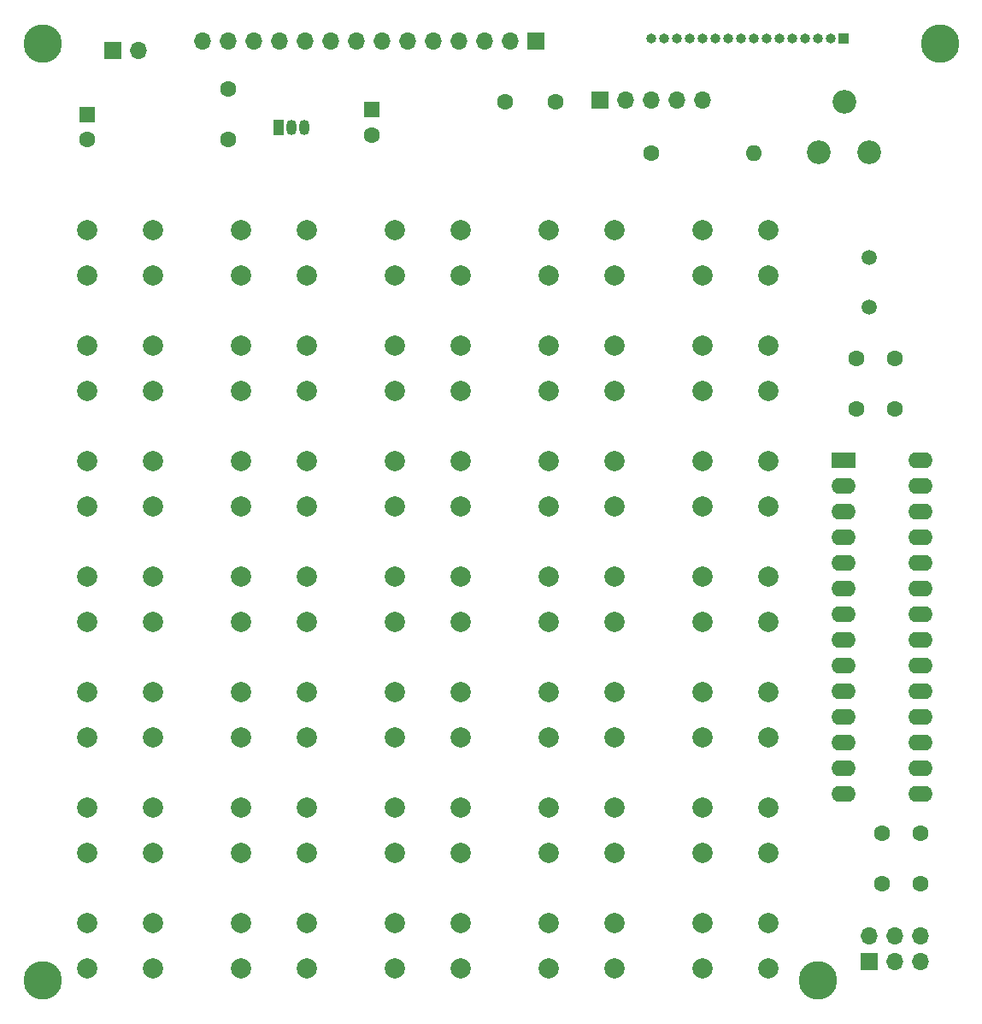
<source format=gbr>
%TF.GenerationSoftware,KiCad,Pcbnew,6.0.11+dfsg-1*%
%TF.CreationDate,2025-02-25T22:24:54-05:00*%
%TF.ProjectId,Terminal_LCD_Keyboard,5465726d-696e-4616-9c5f-4c43445f4b65,rev?*%
%TF.SameCoordinates,Original*%
%TF.FileFunction,Soldermask,Bot*%
%TF.FilePolarity,Negative*%
%FSLAX46Y46*%
G04 Gerber Fmt 4.6, Leading zero omitted, Abs format (unit mm)*
G04 Created by KiCad (PCBNEW 6.0.11+dfsg-1) date 2025-02-25 22:24:54*
%MOMM*%
%LPD*%
G01*
G04 APERTURE LIST*
%ADD10C,3.800000*%
%ADD11C,2.000000*%
%ADD12C,1.600000*%
%ADD13R,1.000000X1.000000*%
%ADD14O,1.000000X1.000000*%
%ADD15C,1.500000*%
%ADD16R,2.400000X1.600000*%
%ADD17O,2.400000X1.600000*%
%ADD18R,1.700000X1.700000*%
%ADD19O,1.700000X1.700000*%
%ADD20C,2.340000*%
%ADD21O,1.600000X1.600000*%
%ADD22R,1.600000X1.600000*%
%ADD23R,1.050000X1.500000*%
%ADD24O,1.050000X1.500000*%
G04 APERTURE END LIST*
D10*
%TO.C,H4*%
X105410000Y-117475000D03*
%TD*%
%TO.C,H3*%
X28575000Y-117475000D03*
%TD*%
%TO.C,H2*%
X117475000Y-24765000D03*
%TD*%
%TO.C,H1*%
X28575000Y-24765000D03*
%TD*%
D11*
%TO.C,SW3*%
X70000000Y-111760000D03*
X63500000Y-111760000D03*
X70000000Y-116260000D03*
X63500000Y-116260000D03*
%TD*%
D12*
%TO.C,C7*%
X74375000Y-30480000D03*
X79375000Y-30480000D03*
%TD*%
D11*
%TO.C,SW33*%
X63500000Y-43180000D03*
X70000000Y-43180000D03*
X63500000Y-47680000D03*
X70000000Y-47680000D03*
%TD*%
D13*
%TO.C,DISP2*%
X107950000Y-24257000D03*
D14*
X106680000Y-24257000D03*
X105410000Y-24257000D03*
X104140000Y-24257000D03*
X102870000Y-24257000D03*
X101600000Y-24257000D03*
X100330000Y-24257000D03*
X99060000Y-24257000D03*
X97790000Y-24257000D03*
X96520000Y-24257000D03*
X95250000Y-24257000D03*
X93980000Y-24257000D03*
X92710000Y-24257000D03*
X91440000Y-24257000D03*
X90170000Y-24257000D03*
X88900000Y-24257000D03*
%TD*%
D15*
%TO.C,Y1*%
X110490000Y-50800000D03*
X110490000Y-45920000D03*
%TD*%
D16*
%TO.C,U2*%
X107960000Y-66025000D03*
D17*
X107960000Y-68565000D03*
X107960000Y-71105000D03*
X107960000Y-73645000D03*
X107960000Y-76185000D03*
X107960000Y-78725000D03*
X107960000Y-81265000D03*
X107960000Y-83805000D03*
X107960000Y-86345000D03*
X107960000Y-88885000D03*
X107960000Y-91425000D03*
X107960000Y-93965000D03*
X107960000Y-96505000D03*
X107960000Y-99045000D03*
X115580000Y-99045000D03*
X115580000Y-96505000D03*
X115580000Y-93965000D03*
X115580000Y-91425000D03*
X115580000Y-88885000D03*
X115580000Y-86345000D03*
X115580000Y-83805000D03*
X115580000Y-81265000D03*
X115580000Y-78725000D03*
X115580000Y-76185000D03*
X115580000Y-73645000D03*
X115580000Y-71105000D03*
X115580000Y-68565000D03*
X115580000Y-66025000D03*
%TD*%
D11*
%TO.C,SW22*%
X48260000Y-66040000D03*
X54760000Y-66040000D03*
X54760000Y-70540000D03*
X48260000Y-70540000D03*
%TD*%
D18*
%TO.C,J2*%
X110505000Y-115575000D03*
D19*
X110505000Y-113035000D03*
X113045000Y-115575000D03*
X113045000Y-113035000D03*
X115585000Y-115575000D03*
X115585000Y-113035000D03*
%TD*%
D11*
%TO.C,SW30*%
X93980000Y-54610000D03*
X100480000Y-54610000D03*
X100480000Y-59110000D03*
X93980000Y-59110000D03*
%TD*%
D18*
%TO.C,DISP1*%
X77470000Y-24511000D03*
D19*
X74930000Y-24511000D03*
X72390000Y-24511000D03*
X69850000Y-24511000D03*
X67310000Y-24511000D03*
X64770000Y-24511000D03*
X62230000Y-24511000D03*
X59690000Y-24511000D03*
X57150000Y-24511000D03*
X54610000Y-24511000D03*
X52070000Y-24511000D03*
X49530000Y-24511000D03*
X46990000Y-24511000D03*
X44450000Y-24511000D03*
%TD*%
D11*
%TO.C,SW12*%
X48260000Y-88900000D03*
X54760000Y-88900000D03*
X54760000Y-93400000D03*
X48260000Y-93400000D03*
%TD*%
%TO.C,SW26*%
X33020000Y-54610000D03*
X39520000Y-54610000D03*
X39520000Y-59110000D03*
X33020000Y-59110000D03*
%TD*%
%TO.C,SW13*%
X70000000Y-88900000D03*
X63500000Y-88900000D03*
X70000000Y-93400000D03*
X63500000Y-93400000D03*
%TD*%
%TO.C,SW20*%
X93980000Y-77470000D03*
X100480000Y-77470000D03*
X93980000Y-81970000D03*
X100480000Y-81970000D03*
%TD*%
%TO.C,SW28*%
X70000000Y-54610000D03*
X63500000Y-54610000D03*
X63500000Y-59110000D03*
X70000000Y-59110000D03*
%TD*%
%TO.C,SW10*%
X93980000Y-100330000D03*
X100480000Y-100330000D03*
X100480000Y-104830000D03*
X93980000Y-104830000D03*
%TD*%
%TO.C,SW16*%
X39520000Y-77470000D03*
X33020000Y-77470000D03*
X33020000Y-81970000D03*
X39520000Y-81970000D03*
%TD*%
%TO.C,SW6*%
X33020000Y-100330000D03*
X39520000Y-100330000D03*
X33020000Y-104830000D03*
X39520000Y-104830000D03*
%TD*%
D12*
%TO.C,C6*%
X113030000Y-55880000D03*
X113030000Y-60880000D03*
%TD*%
D20*
%TO.C,RV1*%
X105475000Y-35520000D03*
X107975000Y-30520000D03*
X110475000Y-35520000D03*
%TD*%
D11*
%TO.C,SW1*%
X33020000Y-111760000D03*
X39520000Y-111760000D03*
X39520000Y-116260000D03*
X33020000Y-116260000D03*
%TD*%
%TO.C,SW19*%
X78740000Y-77470000D03*
X85240000Y-77470000D03*
X78740000Y-81970000D03*
X85240000Y-81970000D03*
%TD*%
%TO.C,SW31*%
X33020000Y-43180000D03*
X39520000Y-43180000D03*
X33020000Y-47680000D03*
X39520000Y-47680000D03*
%TD*%
%TO.C,SW35*%
X100480000Y-43180000D03*
X93980000Y-43180000D03*
X93980000Y-47680000D03*
X100480000Y-47680000D03*
%TD*%
D18*
%TO.C,CON2*%
X83825000Y-30353000D03*
D19*
X86365000Y-30353000D03*
X88905000Y-30353000D03*
X91445000Y-30353000D03*
X93985000Y-30353000D03*
%TD*%
D11*
%TO.C,SW2*%
X48260000Y-111760000D03*
X54760000Y-111760000D03*
X48260000Y-116260000D03*
X54760000Y-116260000D03*
%TD*%
%TO.C,SW27*%
X48260000Y-54610000D03*
X54760000Y-54610000D03*
X48260000Y-59110000D03*
X54760000Y-59110000D03*
%TD*%
D18*
%TO.C,J1*%
X35560000Y-25400000D03*
D19*
X38100000Y-25400000D03*
%TD*%
D11*
%TO.C,SW9*%
X78740000Y-100330000D03*
X85240000Y-100330000D03*
X78740000Y-104830000D03*
X85240000Y-104830000D03*
%TD*%
D12*
%TO.C,R1*%
X88900000Y-35560000D03*
D21*
X99060000Y-35560000D03*
%TD*%
D11*
%TO.C,SW7*%
X54760000Y-100330000D03*
X48260000Y-100330000D03*
X54760000Y-104830000D03*
X48260000Y-104830000D03*
%TD*%
%TO.C,SW23*%
X70000000Y-66040000D03*
X63500000Y-66040000D03*
X70000000Y-70540000D03*
X63500000Y-70540000D03*
%TD*%
%TO.C,SW25*%
X93980000Y-66040000D03*
X100480000Y-66040000D03*
X93980000Y-70540000D03*
X100480000Y-70540000D03*
%TD*%
%TO.C,SW4*%
X85240000Y-111760000D03*
X78740000Y-111760000D03*
X85240000Y-116260000D03*
X78740000Y-116260000D03*
%TD*%
D22*
%TO.C,C2*%
X61147000Y-31312056D03*
D12*
X61147000Y-33812056D03*
%TD*%
D11*
%TO.C,SW24*%
X78740000Y-66040000D03*
X85240000Y-66040000D03*
X85240000Y-70540000D03*
X78740000Y-70540000D03*
%TD*%
%TO.C,SW15*%
X100480000Y-88900000D03*
X93980000Y-88900000D03*
X100480000Y-93400000D03*
X93980000Y-93400000D03*
%TD*%
%TO.C,SW34*%
X85240000Y-43180000D03*
X78740000Y-43180000D03*
X78740000Y-47680000D03*
X85240000Y-47680000D03*
%TD*%
D12*
%TO.C,C5*%
X109220000Y-55920000D03*
X109220000Y-60920000D03*
%TD*%
%TO.C,C4*%
X115570000Y-102870000D03*
X115570000Y-107870000D03*
%TD*%
D11*
%TO.C,SW18*%
X70000000Y-77470000D03*
X63500000Y-77470000D03*
X70000000Y-81970000D03*
X63500000Y-81970000D03*
%TD*%
%TO.C,SW29*%
X78740000Y-54610000D03*
X85240000Y-54610000D03*
X78740000Y-59110000D03*
X85240000Y-59110000D03*
%TD*%
D23*
%TO.C,U1*%
X51987000Y-33066108D03*
D24*
X53257000Y-33066108D03*
X54527000Y-33066108D03*
%TD*%
D11*
%TO.C,SW5*%
X93980000Y-111760000D03*
X100480000Y-111760000D03*
X93980000Y-116260000D03*
X100480000Y-116260000D03*
%TD*%
%TO.C,SW8*%
X63500000Y-100330000D03*
X70000000Y-100330000D03*
X70000000Y-104830000D03*
X63500000Y-104830000D03*
%TD*%
%TO.C,SW17*%
X48260000Y-77470000D03*
X54760000Y-77470000D03*
X48260000Y-81970000D03*
X54760000Y-81970000D03*
%TD*%
%TO.C,SW21*%
X33020000Y-66040000D03*
X39520000Y-66040000D03*
X39520000Y-70540000D03*
X33020000Y-70540000D03*
%TD*%
%TO.C,SW32*%
X54760000Y-43180000D03*
X48260000Y-43180000D03*
X48260000Y-47680000D03*
X54760000Y-47680000D03*
%TD*%
%TO.C,SW11*%
X33020000Y-88900000D03*
X39520000Y-88900000D03*
X39520000Y-93400000D03*
X33020000Y-93400000D03*
%TD*%
%TO.C,SW14*%
X85240000Y-88900000D03*
X78740000Y-88900000D03*
X85240000Y-93400000D03*
X78740000Y-93400000D03*
%TD*%
D12*
%TO.C,C3*%
X111760000Y-102870000D03*
X111760000Y-107870000D03*
%TD*%
%TO.C,C1*%
X46990000Y-29250000D03*
X46990000Y-34250000D03*
%TD*%
D22*
%TO.C,C8*%
X33020000Y-31750000D03*
D12*
X33020000Y-34250000D03*
%TD*%
M02*

</source>
